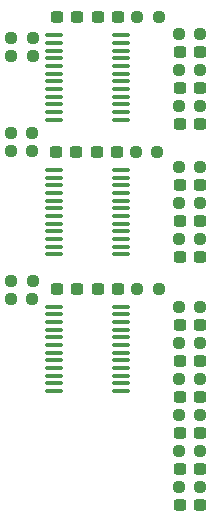
<source format=gbr>
%TF.GenerationSoftware,KiCad,Pcbnew,6.0.10-86aedd382b~118~ubuntu20.04.1*%
%TF.CreationDate,2022-12-30T18:50:17-08:00*%
%TF.ProjectId,parallel2usb,70617261-6c6c-4656-9c32-7573622e6b69,rev?*%
%TF.SameCoordinates,Original*%
%TF.FileFunction,Paste,Top*%
%TF.FilePolarity,Positive*%
%FSLAX46Y46*%
G04 Gerber Fmt 4.6, Leading zero omitted, Abs format (unit mm)*
G04 Created by KiCad (PCBNEW 6.0.10-86aedd382b~118~ubuntu20.04.1) date 2022-12-30 18:50:17*
%MOMM*%
%LPD*%
G01*
G04 APERTURE LIST*
G04 Aperture macros list*
%AMRoundRect*
0 Rectangle with rounded corners*
0 $1 Rounding radius*
0 $2 $3 $4 $5 $6 $7 $8 $9 X,Y pos of 4 corners*
0 Add a 4 corners polygon primitive as box body*
4,1,4,$2,$3,$4,$5,$6,$7,$8,$9,$2,$3,0*
0 Add four circle primitives for the rounded corners*
1,1,$1+$1,$2,$3*
1,1,$1+$1,$4,$5*
1,1,$1+$1,$6,$7*
1,1,$1+$1,$8,$9*
0 Add four rect primitives between the rounded corners*
20,1,$1+$1,$2,$3,$4,$5,0*
20,1,$1+$1,$4,$5,$6,$7,0*
20,1,$1+$1,$6,$7,$8,$9,0*
20,1,$1+$1,$8,$9,$2,$3,0*%
G04 Aperture macros list end*
%ADD10RoundRect,0.237500X0.250000X0.237500X-0.250000X0.237500X-0.250000X-0.237500X0.250000X-0.237500X0*%
%ADD11RoundRect,0.237500X0.300000X0.237500X-0.300000X0.237500X-0.300000X-0.237500X0.300000X-0.237500X0*%
%ADD12RoundRect,0.237500X-0.250000X-0.237500X0.250000X-0.237500X0.250000X0.237500X-0.250000X0.237500X0*%
%ADD13RoundRect,0.237500X-0.300000X-0.237500X0.300000X-0.237500X0.300000X0.237500X-0.300000X0.237500X0*%
%ADD14RoundRect,0.100000X-0.637500X-0.100000X0.637500X-0.100000X0.637500X0.100000X-0.637500X0.100000X0*%
G04 APERTURE END LIST*
D10*
%TO.C,R3*%
X186309000Y-85090000D03*
X188134000Y-85090000D03*
%TD*%
D11*
%TO.C,C3*%
X183007000Y-85090000D03*
X184732000Y-85090000D03*
%TD*%
%TO.C,C16*%
X191643000Y-114173000D03*
X189918000Y-114173000D03*
%TD*%
%TO.C,C17*%
X191643000Y-123317000D03*
X189918000Y-123317000D03*
%TD*%
D12*
%TO.C,R9*%
X189818000Y-103886000D03*
X191643000Y-103886000D03*
%TD*%
D11*
%TO.C,C15*%
X191643000Y-88011000D03*
X189918000Y-88011000D03*
%TD*%
D12*
%TO.C,R18*%
X175617500Y-94869000D03*
X177442500Y-94869000D03*
%TD*%
D13*
%TO.C,C5*%
X181176000Y-96520000D03*
X179451000Y-96520000D03*
%TD*%
D11*
%TO.C,C11*%
X191643000Y-111125000D03*
X189918000Y-111125000D03*
%TD*%
D12*
%TO.C,R11*%
X189818000Y-115697000D03*
X191643000Y-115697000D03*
%TD*%
D14*
%TO.C,U1*%
X184980500Y-109582000D03*
X184980500Y-110232000D03*
X184980500Y-110882000D03*
X184980500Y-111532000D03*
X184980500Y-112182000D03*
X184980500Y-112832000D03*
X184980500Y-113482000D03*
X184980500Y-114132000D03*
X184980500Y-114782000D03*
X184980500Y-115432000D03*
X184980500Y-116082000D03*
X184980500Y-116732000D03*
X179255500Y-116732000D03*
X179255500Y-116082000D03*
X179255500Y-115432000D03*
X179255500Y-114782000D03*
X179255500Y-114132000D03*
X179255500Y-113482000D03*
X179255500Y-112832000D03*
X179255500Y-112182000D03*
X179255500Y-111532000D03*
X179255500Y-110882000D03*
X179255500Y-110232000D03*
X179255500Y-109582000D03*
%TD*%
D10*
%TO.C,R19*%
X177442500Y-96393000D03*
X175617500Y-96393000D03*
%TD*%
D12*
%TO.C,R16*%
X175641000Y-86868000D03*
X177466000Y-86868000D03*
%TD*%
D13*
%TO.C,C2*%
X181229000Y-108077000D03*
X179504000Y-108077000D03*
%TD*%
D11*
%TO.C,C4*%
X183007000Y-108077000D03*
X184732000Y-108077000D03*
%TD*%
D14*
%TO.C,U3*%
X184980500Y-98006000D03*
X184980500Y-98656000D03*
X184980500Y-99306000D03*
X184980500Y-99956000D03*
X184980500Y-100606000D03*
X184980500Y-101256000D03*
X184980500Y-101906000D03*
X184980500Y-102556000D03*
X184980500Y-103206000D03*
X184980500Y-103856000D03*
X184980500Y-104506000D03*
X184980500Y-105156000D03*
X179255500Y-105156000D03*
X179255500Y-104506000D03*
X179255500Y-103856000D03*
X179255500Y-103206000D03*
X179255500Y-102556000D03*
X179255500Y-101906000D03*
X179255500Y-101256000D03*
X179255500Y-100606000D03*
X179255500Y-99956000D03*
X179255500Y-99306000D03*
X179255500Y-98656000D03*
X179255500Y-98006000D03*
%TD*%
D11*
%TO.C,C9*%
X191643000Y-102362000D03*
X189918000Y-102362000D03*
%TD*%
D12*
%TO.C,R8*%
X189818000Y-100838000D03*
X191643000Y-100838000D03*
%TD*%
%TO.C,R6*%
X189818000Y-92583000D03*
X191643000Y-92583000D03*
%TD*%
D10*
%TO.C,R2*%
X186309000Y-108077000D03*
X188134000Y-108077000D03*
%TD*%
D12*
%TO.C,R15*%
X189818000Y-124841000D03*
X191643000Y-124841000D03*
%TD*%
D11*
%TO.C,C10*%
X191643000Y-105410000D03*
X189918000Y-105410000D03*
%TD*%
%TO.C,C8*%
X191643000Y-99314000D03*
X189918000Y-99314000D03*
%TD*%
D12*
%TO.C,R14*%
X189818000Y-121793000D03*
X191643000Y-121793000D03*
%TD*%
%TO.C,R13*%
X189818000Y-112649000D03*
X191643000Y-112649000D03*
%TD*%
%TO.C,R10*%
X189818000Y-109601000D03*
X191643000Y-109601000D03*
%TD*%
D10*
%TO.C,R21*%
X177442500Y-108966000D03*
X175617500Y-108966000D03*
%TD*%
D11*
%TO.C,C6*%
X191643000Y-91059000D03*
X189918000Y-91059000D03*
%TD*%
%TO.C,C12*%
X191643000Y-117221000D03*
X189918000Y-117221000D03*
%TD*%
%TO.C,C14*%
X182880000Y-96520000D03*
X184605000Y-96520000D03*
%TD*%
D13*
%TO.C,C1*%
X181229000Y-85090000D03*
X179504000Y-85090000D03*
%TD*%
D10*
%TO.C,R17*%
X177466000Y-88392000D03*
X175641000Y-88392000D03*
%TD*%
D11*
%TO.C,C18*%
X191643000Y-126365000D03*
X189918000Y-126365000D03*
%TD*%
D12*
%TO.C,R7*%
X189818000Y-97790000D03*
X191643000Y-97790000D03*
%TD*%
%TO.C,R12*%
X189818000Y-118745000D03*
X191643000Y-118745000D03*
%TD*%
D11*
%TO.C,C13*%
X189918000Y-120269000D03*
X191643000Y-120269000D03*
%TD*%
D12*
%TO.C,R20*%
X177466000Y-107442000D03*
X175641000Y-107442000D03*
%TD*%
D11*
%TO.C,C7*%
X191643000Y-94107000D03*
X189918000Y-94107000D03*
%TD*%
D10*
%TO.C,R1*%
X186182000Y-96520000D03*
X188007000Y-96520000D03*
%TD*%
D14*
%TO.C,U2*%
X184980500Y-86595000D03*
X184980500Y-87245000D03*
X184980500Y-87895000D03*
X184980500Y-88545000D03*
X184980500Y-89195000D03*
X184980500Y-89845000D03*
X184980500Y-90495000D03*
X184980500Y-91145000D03*
X184980500Y-91795000D03*
X184980500Y-92445000D03*
X184980500Y-93095000D03*
X184980500Y-93745000D03*
X179255500Y-93745000D03*
X179255500Y-93095000D03*
X179255500Y-92445000D03*
X179255500Y-91795000D03*
X179255500Y-91145000D03*
X179255500Y-90495000D03*
X179255500Y-89845000D03*
X179255500Y-89195000D03*
X179255500Y-88545000D03*
X179255500Y-87895000D03*
X179255500Y-87245000D03*
X179255500Y-86595000D03*
%TD*%
D12*
%TO.C,R4*%
X189818000Y-86487000D03*
X191643000Y-86487000D03*
%TD*%
%TO.C,R5*%
X189818000Y-89535000D03*
X191643000Y-89535000D03*
%TD*%
M02*

</source>
